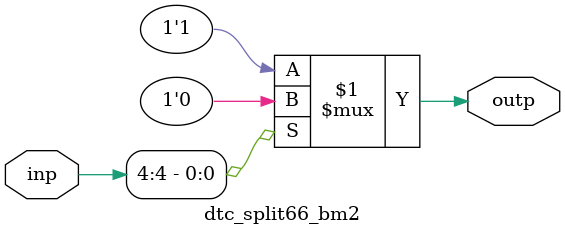
<source format=v>
module dtc_split66_bm2 (
	input  wire [8-1:0] inp,
	output wire [1-1:0] outp
);


	assign outp = (inp[4]) ? 1'b0 : 1'b1;

endmodule
</source>
